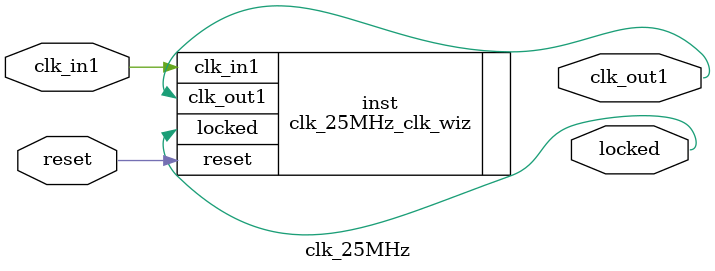
<source format=v>


`timescale 1ps/1ps

(* CORE_GENERATION_INFO = "clk_25MHz,clk_wiz_v6_0_4_0_0,{component_name=clk_25MHz,use_phase_alignment=true,use_min_o_jitter=false,use_max_i_jitter=false,use_dyn_phase_shift=false,use_inclk_switchover=false,use_dyn_reconfig=false,enable_axi=0,feedback_source=FDBK_AUTO,PRIMITIVE=MMCM,num_out_clk=1,clkin1_period=10.000,clkin2_period=10.000,use_power_down=false,use_reset=true,use_locked=true,use_inclk_stopped=false,feedback_type=SINGLE,CLOCK_MGR_TYPE=NA,manual_override=false}" *)

module clk_25MHz 
 (
  // Clock out ports
  output        clk_out1,
  // Status and control signals
  input         reset,
  output        locked,
 // Clock in ports
  input         clk_in1
 );

  clk_25MHz_clk_wiz inst
  (
  // Clock out ports  
  .clk_out1(clk_out1),
  // Status and control signals               
  .reset(reset), 
  .locked(locked),
 // Clock in ports
  .clk_in1(clk_in1)
  );

endmodule

</source>
